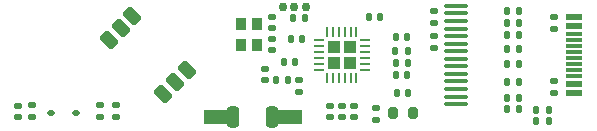
<source format=gbr>
%TF.GenerationSoftware,KiCad,Pcbnew,(6.99.0-4266-g9b4505c6d2)*%
%TF.CreationDate,2022-11-13T11:25:58+08:00*%
%TF.ProjectId,ESP_PD210,4553505f-5044-4323-9130-2e6b69636164,Bata1*%
%TF.SameCoordinates,Original*%
%TF.FileFunction,Paste,Top*%
%TF.FilePolarity,Positive*%
%FSLAX46Y46*%
G04 Gerber Fmt 4.6, Leading zero omitted, Abs format (unit mm)*
G04 Created by KiCad (PCBNEW (6.99.0-4266-g9b4505c6d2)) date 2022-11-13 11:25:58*
%MOMM*%
%LPD*%
G01*
G04 APERTURE LIST*
G04 Aperture macros list*
%AMRoundRect*
0 Rectangle with rounded corners*
0 $1 Rounding radius*
0 $2 $3 $4 $5 $6 $7 $8 $9 X,Y pos of 4 corners*
0 Add a 4 corners polygon primitive as box body*
4,1,4,$2,$3,$4,$5,$6,$7,$8,$9,$2,$3,0*
0 Add four circle primitives for the rounded corners*
1,1,$1+$1,$2,$3*
1,1,$1+$1,$4,$5*
1,1,$1+$1,$6,$7*
1,1,$1+$1,$8,$9*
0 Add four rect primitives between the rounded corners*
20,1,$1+$1,$2,$3,$4,$5,0*
20,1,$1+$1,$4,$5,$6,$7,0*
20,1,$1+$1,$6,$7,$8,$9,0*
20,1,$1+$1,$8,$9,$2,$3,0*%
G04 Aperture macros list end*
%ADD10R,2.000000X1.270000*%
%ADD11RoundRect,0.250000X0.250000X0.650000X-0.250000X0.650000X-0.250000X-0.650000X0.250000X-0.650000X0*%
%ADD12RoundRect,0.140000X-0.170000X0.140000X-0.170000X-0.140000X0.170000X-0.140000X0.170000X0.140000X0*%
%ADD13RoundRect,0.147500X0.172500X-0.147500X0.172500X0.147500X-0.172500X0.147500X-0.172500X-0.147500X0*%
%ADD14RoundRect,0.135000X0.135000X0.185000X-0.135000X0.185000X-0.135000X-0.185000X0.135000X-0.185000X0*%
%ADD15C,0.750000*%
%ADD16RoundRect,0.135000X0.185000X-0.135000X0.185000X0.135000X-0.185000X0.135000X-0.185000X-0.135000X0*%
%ADD17RoundRect,0.140000X-0.140000X-0.170000X0.140000X-0.170000X0.140000X0.170000X-0.140000X0.170000X0*%
%ADD18RoundRect,0.140000X0.170000X-0.140000X0.170000X0.140000X-0.170000X0.140000X-0.170000X-0.140000X0*%
%ADD19RoundRect,0.140000X0.140000X0.170000X-0.140000X0.170000X-0.140000X-0.170000X0.140000X-0.170000X0*%
%ADD20RoundRect,0.200000X0.200000X0.275000X-0.200000X0.275000X-0.200000X-0.275000X0.200000X-0.275000X0*%
%ADD21RoundRect,0.135000X-0.185000X0.135000X-0.185000X-0.135000X0.185000X-0.135000X0.185000X0.135000X0*%
%ADD22RoundRect,0.225000X-0.225000X0.325000X-0.225000X-0.325000X0.225000X-0.325000X0.225000X0.325000X0*%
%ADD23RoundRect,0.250000X0.176777X-0.530330X0.530330X-0.176777X-0.176777X0.530330X-0.530330X0.176777X0*%
%ADD24RoundRect,0.135000X-0.135000X-0.185000X0.135000X-0.185000X0.135000X0.185000X-0.135000X0.185000X0*%
%ADD25RoundRect,0.080000X0.920000X-0.080000X0.920000X0.080000X-0.920000X0.080000X-0.920000X-0.080000X0*%
%ADD26RoundRect,0.112500X-0.187500X-0.112500X0.187500X-0.112500X0.187500X0.112500X-0.187500X0.112500X0*%
%ADD27RoundRect,0.250000X0.295000X-0.295000X0.295000X0.295000X-0.295000X0.295000X-0.295000X-0.295000X0*%
%ADD28RoundRect,0.062500X0.062500X-0.350000X0.062500X0.350000X-0.062500X0.350000X-0.062500X-0.350000X0*%
%ADD29RoundRect,0.062500X0.350000X-0.062500X0.350000X0.062500X-0.350000X0.062500X-0.350000X-0.062500X0*%
%ADD30R,1.450000X0.600000*%
%ADD31R,1.450000X0.300000*%
%ADD32RoundRect,0.147500X-0.147500X-0.172500X0.147500X-0.172500X0.147500X0.172500X-0.147500X0.172500X0*%
G04 APERTURE END LIST*
D10*
%TO.C,AE1*%
X163973024Y-110001605D03*
D11*
X162503025Y-110001606D03*
D10*
X157733024Y-110001605D03*
D11*
X159203025Y-110001606D03*
%TD*%
D12*
%TO.C,C14*%
X140953025Y-109016606D03*
X140953025Y-109976606D03*
%TD*%
D13*
%TO.C,L1*%
X168413029Y-109986603D03*
X168413029Y-109016603D03*
%TD*%
D14*
%TO.C,R8*%
X173953017Y-105431608D03*
X172933017Y-105431608D03*
%TD*%
D12*
%TO.C,C23*%
X164773025Y-106866606D03*
X164773025Y-107826606D03*
%TD*%
D15*
%TO.C,J1*%
X165323032Y-100686609D03*
X164373032Y-100686609D03*
X163423032Y-100686609D03*
%TD*%
D16*
%TO.C,R23*%
X176163025Y-102061606D03*
X176163025Y-101041606D03*
%TD*%
D17*
%TO.C,C16*%
X172963017Y-106446606D03*
X173923017Y-106446606D03*
%TD*%
D18*
%TO.C,C11*%
X169443025Y-109981603D03*
X169443025Y-109021603D03*
%TD*%
D13*
%TO.C,L2*%
X162443013Y-104321605D03*
X162443013Y-103351605D03*
%TD*%
D19*
%TO.C,C8*%
X183343025Y-101981606D03*
X182383025Y-101981606D03*
%TD*%
D20*
%TO.C,TH1*%
X174398025Y-109681606D03*
X172748025Y-109681606D03*
%TD*%
D21*
%TO.C,R5*%
X142163025Y-108986606D03*
X142163025Y-110006606D03*
%TD*%
D14*
%TO.C,R2*%
X165293025Y-101626606D03*
X164273025Y-101626606D03*
%TD*%
D19*
%TO.C,C5*%
X165013025Y-103396606D03*
X164053025Y-103396606D03*
%TD*%
D14*
%TO.C,R1*%
X183373025Y-104256606D03*
X182353025Y-104256606D03*
%TD*%
D17*
%TO.C,C15*%
X170683037Y-101526612D03*
X171643037Y-101526612D03*
%TD*%
D21*
%TO.C,R18*%
X171233025Y-109191606D03*
X171233025Y-110211606D03*
%TD*%
D22*
%TO.C,X1*%
X159873025Y-102146606D03*
X159873025Y-103846606D03*
X161173025Y-103846606D03*
X161173025Y-102146606D03*
%TD*%
D16*
%TO.C,R10*%
X147943026Y-110006606D03*
X147943026Y-108986606D03*
%TD*%
D21*
%TO.C,R22*%
X176163025Y-103111606D03*
X176163025Y-104131606D03*
%TD*%
D19*
%TO.C,C13*%
X183343025Y-100981606D03*
X182383025Y-100981606D03*
%TD*%
D17*
%TO.C,C10*%
X173033025Y-107961606D03*
X173993025Y-107961606D03*
%TD*%
D23*
%TO.C,SW1*%
X150654877Y-101443559D03*
X149664928Y-102433509D03*
X148674978Y-103423458D03*
X155251072Y-106039754D03*
X154261122Y-107029703D03*
X153271173Y-108019653D03*
%TD*%
D24*
%TO.C,R19*%
X184863025Y-110361606D03*
X185883025Y-110361606D03*
%TD*%
D19*
%TO.C,C2*%
X183343025Y-108376606D03*
X182383025Y-108376606D03*
%TD*%
D17*
%TO.C,C7*%
X182383025Y-105481606D03*
X183343025Y-105481606D03*
%TD*%
D19*
%TO.C,C3*%
X183343025Y-106981606D03*
X182383025Y-106981606D03*
%TD*%
D25*
%TO.C,U1*%
X178043025Y-108891606D03*
X178043025Y-108251606D03*
X178043025Y-107611606D03*
X178043025Y-106971606D03*
X178043025Y-106331606D03*
X178043025Y-105691606D03*
X178043025Y-105051606D03*
X178043025Y-104411606D03*
X178043025Y-103771606D03*
X178043025Y-103131606D03*
X178043025Y-102491606D03*
X178043025Y-101851606D03*
X178043025Y-101211606D03*
X178043025Y-100571606D03*
%TD*%
D26*
%TO.C,D1*%
X143783025Y-109636606D03*
X145883020Y-109636606D03*
%TD*%
D17*
%TO.C,C1*%
X182383025Y-109346606D03*
X183343025Y-109346606D03*
%TD*%
D27*
%TO.C,U2*%
X167698025Y-105406606D03*
X169048025Y-105406606D03*
X167698025Y-104056606D03*
X169048025Y-104056606D03*
D28*
X167123025Y-106694106D03*
X167623025Y-106694106D03*
X168123025Y-106694106D03*
X168623025Y-106694106D03*
X169123025Y-106694106D03*
X169623025Y-106694106D03*
D29*
X170335525Y-105981606D03*
X170335525Y-105481606D03*
X170335525Y-104981606D03*
X170335525Y-104481606D03*
X170335525Y-103981606D03*
X170335525Y-103481606D03*
D28*
X169623025Y-102769106D03*
X169123025Y-102769106D03*
X168623025Y-102769106D03*
X168123025Y-102769106D03*
X167623025Y-102769106D03*
X167123025Y-102769106D03*
D29*
X166410525Y-103481606D03*
X166410525Y-103981606D03*
X166410525Y-104481606D03*
X166410525Y-104981606D03*
X166410525Y-105481606D03*
X166410525Y-105981606D03*
%TD*%
D12*
%TO.C,C12*%
X167393025Y-109011595D03*
X167393025Y-109971595D03*
%TD*%
D30*
%TO.C,J3*%
X188038824Y-107981605D03*
X188038824Y-107181605D03*
D31*
X188038824Y-105981605D03*
X188038824Y-104981605D03*
X188038824Y-104481605D03*
X188038824Y-103481605D03*
D30*
X188038824Y-102281605D03*
X188038824Y-101481605D03*
X188038824Y-101481605D03*
X188038824Y-102281605D03*
D31*
X188038824Y-102981605D03*
X188038824Y-103981605D03*
X188038824Y-105481605D03*
X188038824Y-106481605D03*
D30*
X188038824Y-107181605D03*
X188038824Y-107981605D03*
%TD*%
D21*
%TO.C,R9*%
X149263025Y-108986606D03*
X149263025Y-110006606D03*
%TD*%
D32*
%TO.C,L4*%
X162848025Y-106866606D03*
X163818025Y-106866606D03*
%TD*%
D16*
%TO.C,R20*%
X186333025Y-102501606D03*
X186333025Y-101481606D03*
%TD*%
D17*
%TO.C,C17*%
X172953035Y-103241595D03*
X173913035Y-103241595D03*
%TD*%
D18*
%TO.C,C22*%
X161894812Y-106866606D03*
X161894812Y-105906606D03*
%TD*%
D21*
%TO.C,R21*%
X186333025Y-106961606D03*
X186333025Y-107981606D03*
%TD*%
D14*
%TO.C,R14*%
X173943035Y-104396606D03*
X172923035Y-104396606D03*
%TD*%
D18*
%TO.C,C6*%
X162443025Y-102446606D03*
X162443025Y-101486606D03*
%TD*%
D19*
%TO.C,C9*%
X183343025Y-103076606D03*
X182383025Y-103076606D03*
%TD*%
D14*
%TO.C,R13*%
X185883025Y-109371606D03*
X184863025Y-109371606D03*
%TD*%
D19*
%TO.C,C4*%
X164423025Y-105306606D03*
X163463025Y-105306606D03*
%TD*%
M02*

</source>
